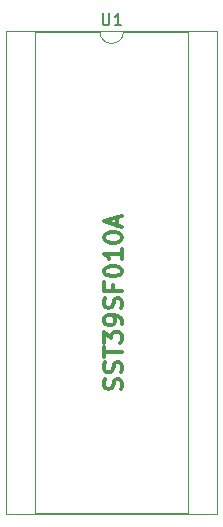
<source format=gto>
G04 #@! TF.GenerationSoftware,KiCad,Pcbnew,(5.1.9)-1*
G04 #@! TF.CreationDate,2021-11-21T23:00:06-05:00*
G04 #@! TF.ProjectId,sst39-32,73737433-392d-4333-922e-6b696361645f,rev?*
G04 #@! TF.SameCoordinates,Original*
G04 #@! TF.FileFunction,Legend,Top*
G04 #@! TF.FilePolarity,Positive*
%FSLAX46Y46*%
G04 Gerber Fmt 4.6, Leading zero omitted, Abs format (unit mm)*
G04 Created by KiCad (PCBNEW (5.1.9)-1) date 2021-11-21 23:00:06*
%MOMM*%
%LPD*%
G01*
G04 APERTURE LIST*
%ADD10C,0.300000*%
%ADD11C,0.120000*%
%ADD12C,0.150000*%
%ADD13O,1.600000X1.600000*%
%ADD14R,1.600000X1.600000*%
%ADD15O,1.700000X1.700000*%
%ADD16R,1.700000X1.700000*%
G04 APERTURE END LIST*
D10*
X86467142Y-91855714D02*
X86538571Y-91641428D01*
X86538571Y-91284285D01*
X86467142Y-91141428D01*
X86395714Y-91070000D01*
X86252857Y-90998571D01*
X86110000Y-90998571D01*
X85967142Y-91070000D01*
X85895714Y-91141428D01*
X85824285Y-91284285D01*
X85752857Y-91570000D01*
X85681428Y-91712857D01*
X85610000Y-91784285D01*
X85467142Y-91855714D01*
X85324285Y-91855714D01*
X85181428Y-91784285D01*
X85110000Y-91712857D01*
X85038571Y-91570000D01*
X85038571Y-91212857D01*
X85110000Y-90998571D01*
X86467142Y-90427142D02*
X86538571Y-90212857D01*
X86538571Y-89855714D01*
X86467142Y-89712857D01*
X86395714Y-89641428D01*
X86252857Y-89570000D01*
X86110000Y-89570000D01*
X85967142Y-89641428D01*
X85895714Y-89712857D01*
X85824285Y-89855714D01*
X85752857Y-90141428D01*
X85681428Y-90284285D01*
X85610000Y-90355714D01*
X85467142Y-90427142D01*
X85324285Y-90427142D01*
X85181428Y-90355714D01*
X85110000Y-90284285D01*
X85038571Y-90141428D01*
X85038571Y-89784285D01*
X85110000Y-89570000D01*
X85038571Y-89141428D02*
X85038571Y-88284285D01*
X86538571Y-88712857D02*
X85038571Y-88712857D01*
X85038571Y-87927142D02*
X85038571Y-86998571D01*
X85610000Y-87498571D01*
X85610000Y-87284285D01*
X85681428Y-87141428D01*
X85752857Y-87070000D01*
X85895714Y-86998571D01*
X86252857Y-86998571D01*
X86395714Y-87070000D01*
X86467142Y-87141428D01*
X86538571Y-87284285D01*
X86538571Y-87712857D01*
X86467142Y-87855714D01*
X86395714Y-87927142D01*
X86538571Y-86284285D02*
X86538571Y-85998571D01*
X86467142Y-85855714D01*
X86395714Y-85784285D01*
X86181428Y-85641428D01*
X85895714Y-85570000D01*
X85324285Y-85570000D01*
X85181428Y-85641428D01*
X85110000Y-85712857D01*
X85038571Y-85855714D01*
X85038571Y-86141428D01*
X85110000Y-86284285D01*
X85181428Y-86355714D01*
X85324285Y-86427142D01*
X85681428Y-86427142D01*
X85824285Y-86355714D01*
X85895714Y-86284285D01*
X85967142Y-86141428D01*
X85967142Y-85855714D01*
X85895714Y-85712857D01*
X85824285Y-85641428D01*
X85681428Y-85570000D01*
X86467142Y-84998571D02*
X86538571Y-84784285D01*
X86538571Y-84427142D01*
X86467142Y-84284285D01*
X86395714Y-84212857D01*
X86252857Y-84141428D01*
X86110000Y-84141428D01*
X85967142Y-84212857D01*
X85895714Y-84284285D01*
X85824285Y-84427142D01*
X85752857Y-84712857D01*
X85681428Y-84855714D01*
X85610000Y-84927142D01*
X85467142Y-84998571D01*
X85324285Y-84998571D01*
X85181428Y-84927142D01*
X85110000Y-84855714D01*
X85038571Y-84712857D01*
X85038571Y-84355714D01*
X85110000Y-84141428D01*
X85752857Y-82998571D02*
X85752857Y-83498571D01*
X86538571Y-83498571D02*
X85038571Y-83498571D01*
X85038571Y-82784285D01*
X85038571Y-81927142D02*
X85038571Y-81784285D01*
X85110000Y-81641428D01*
X85181428Y-81570000D01*
X85324285Y-81498571D01*
X85610000Y-81427142D01*
X85967142Y-81427142D01*
X86252857Y-81498571D01*
X86395714Y-81570000D01*
X86467142Y-81641428D01*
X86538571Y-81784285D01*
X86538571Y-81927142D01*
X86467142Y-82070000D01*
X86395714Y-82141428D01*
X86252857Y-82212857D01*
X85967142Y-82284285D01*
X85610000Y-82284285D01*
X85324285Y-82212857D01*
X85181428Y-82141428D01*
X85110000Y-82070000D01*
X85038571Y-81927142D01*
X86538571Y-79998571D02*
X86538571Y-80855714D01*
X86538571Y-80427142D02*
X85038571Y-80427142D01*
X85252857Y-80570000D01*
X85395714Y-80712857D01*
X85467142Y-80855714D01*
X85038571Y-79070000D02*
X85038571Y-78927142D01*
X85110000Y-78784285D01*
X85181428Y-78712857D01*
X85324285Y-78641428D01*
X85610000Y-78570000D01*
X85967142Y-78570000D01*
X86252857Y-78641428D01*
X86395714Y-78712857D01*
X86467142Y-78784285D01*
X86538571Y-78927142D01*
X86538571Y-79070000D01*
X86467142Y-79212857D01*
X86395714Y-79284285D01*
X86252857Y-79355714D01*
X85967142Y-79427142D01*
X85610000Y-79427142D01*
X85324285Y-79355714D01*
X85181428Y-79284285D01*
X85110000Y-79212857D01*
X85038571Y-79070000D01*
X86110000Y-77998571D02*
X86110000Y-77284285D01*
X86538571Y-78141428D02*
X85038571Y-77641428D01*
X86538571Y-77141428D01*
D11*
X84670000Y-61570000D02*
X79210000Y-61570000D01*
X79210000Y-61570000D02*
X79210000Y-102330000D01*
X79210000Y-102330000D02*
X92130000Y-102330000D01*
X92130000Y-102330000D02*
X92130000Y-61570000D01*
X92130000Y-61570000D02*
X86670000Y-61570000D01*
X76720000Y-61510000D02*
X76720000Y-102390000D01*
X76720000Y-102390000D02*
X94620000Y-102390000D01*
X94620000Y-102390000D02*
X94620000Y-61510000D01*
X94620000Y-61510000D02*
X76720000Y-61510000D01*
X86670000Y-61570000D02*
G75*
G02*
X84670000Y-61570000I-1000000J0D01*
G01*
D12*
X84908095Y-60022380D02*
X84908095Y-60831904D01*
X84955714Y-60927142D01*
X85003333Y-60974761D01*
X85098571Y-61022380D01*
X85289047Y-61022380D01*
X85384285Y-60974761D01*
X85431904Y-60927142D01*
X85479523Y-60831904D01*
X85479523Y-60022380D01*
X86479523Y-61022380D02*
X85908095Y-61022380D01*
X86193809Y-61022380D02*
X86193809Y-60022380D01*
X86098571Y-60165238D01*
X86003333Y-60260476D01*
X85908095Y-60308095D01*
%LPC*%
D13*
X93290000Y-62900000D03*
X78050000Y-101000000D03*
X93290000Y-65440000D03*
X78050000Y-98460000D03*
X93290000Y-67980000D03*
X78050000Y-95920000D03*
X93290000Y-70520000D03*
X78050000Y-93380000D03*
X93290000Y-73060000D03*
X78050000Y-90840000D03*
X93290000Y-75600000D03*
X78050000Y-88300000D03*
X93290000Y-78140000D03*
X78050000Y-85760000D03*
X93290000Y-80680000D03*
X78050000Y-83220000D03*
X93290000Y-83220000D03*
X78050000Y-80680000D03*
X93290000Y-85760000D03*
X78050000Y-78140000D03*
X93290000Y-88300000D03*
X78050000Y-75600000D03*
X93290000Y-90840000D03*
X78050000Y-73060000D03*
X93290000Y-93380000D03*
X78050000Y-70520000D03*
X93290000Y-95920000D03*
X78050000Y-67980000D03*
X93290000Y-98460000D03*
X78050000Y-65440000D03*
X93290000Y-101000000D03*
D14*
X78050000Y-62900000D03*
D15*
X89460000Y-101020000D03*
X89460000Y-98480000D03*
X89460000Y-95940000D03*
X89460000Y-93400000D03*
X89460000Y-90860000D03*
X89460000Y-88320000D03*
X89460000Y-85780000D03*
X89460000Y-83240000D03*
X89460000Y-80700000D03*
X89460000Y-78160000D03*
X89460000Y-75620000D03*
X89460000Y-73080000D03*
X89460000Y-70540000D03*
D16*
X89460000Y-68000000D03*
D15*
X81850000Y-101020000D03*
X81850000Y-98480000D03*
X81850000Y-95940000D03*
X81850000Y-93400000D03*
X81850000Y-90860000D03*
X81850000Y-88320000D03*
X81850000Y-85780000D03*
X81850000Y-83240000D03*
X81850000Y-80700000D03*
X81850000Y-78160000D03*
X81850000Y-75620000D03*
X81850000Y-73080000D03*
X81850000Y-70540000D03*
D16*
X81850000Y-68000000D03*
M02*

</source>
